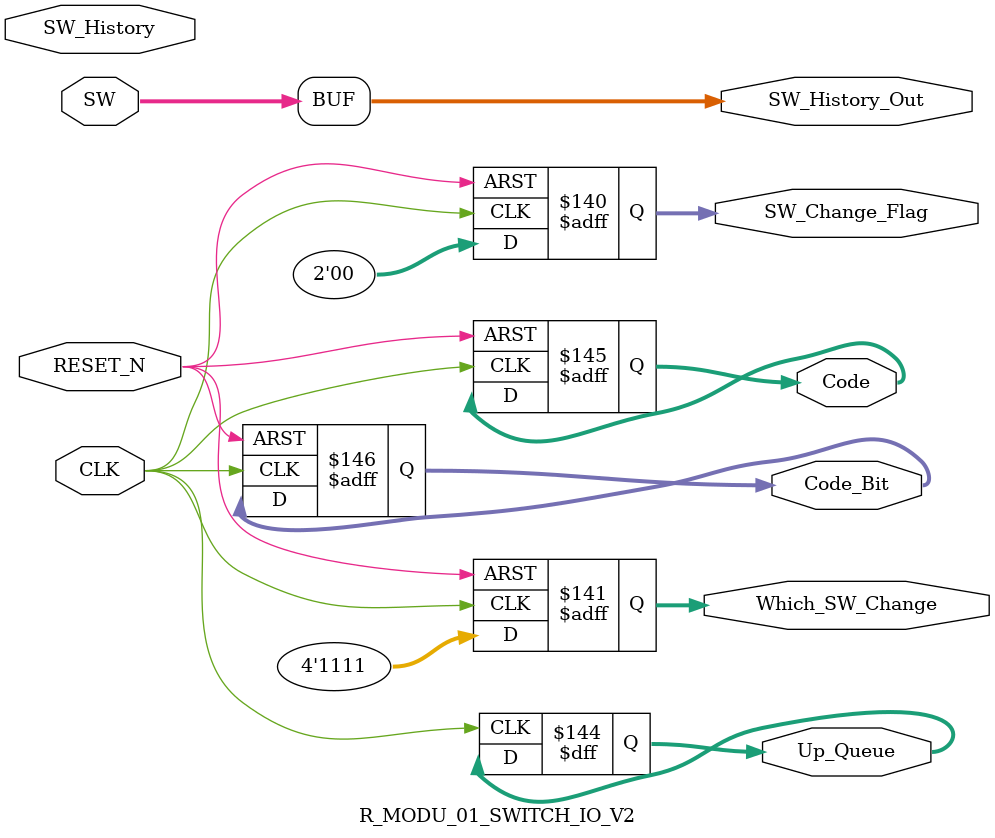
<source format=v>
`timescale 1ns / 1ps


module R_MODU_01_SWITCH_IO_V2(
	input CLK,
	input RESET_N,
	input [9:0] SW,
	input [9:0] SW_History,

	output wire [9:0] SW_History_Out,

	//R£ºÁ½Î» bus£¬[0]¡ª¡ª¡ª¡ªÊÇ·ñ¸Ä±äµÄ Flag£¬[1]¡ª¡ª¡ª¡ªUp/Down µÄ Flag
	output reg [1:0] SW_Change_Flag,
	//R£ºÓÐÓÃµÄÊÇ×ÜÏßÖµµÄ´óÐ¡£¬4'd[0~9]
	output reg [3:0] Which_SW_Change,

	//R£ºÖ»ÓÃ Up_Queue µÄÍâ²¿Ó²¼þ×´Ì¬ÃèÊö²»Íê±¸£¬±ØÐëÏñ BTN Ã÷È·£¬ÊÇ·ñ¸Ä±ä¡¢ÄÄÎ»¸Ä±ä£¬ËùÒÔÓÐÉÏÃæÁ½¸öÐÅºÅµÄÉèÖÃ
	output reg [7:0] Up_Queue,

	output reg [15:0] Code,
	output reg [2:0] Code_Bit
	);

	////R£ºÄÚ²¿ÐÅºÅ
	//R£ºÑ­»·¼ÆÊýÆ÷
  reg [3:0] i;
  //R£º±È½Ï½á¹û±êÖ¾ Flag£¬×¢Òâ´Ë´¦£¬¶ÔÓÚÃ¿Ò»¸ö SW µÄ¸Ä±ä¶¼×öÏàÓ¦µÄ¼ÇÂ¼
	//R£ºÊµ¼ÊÉÏÊÇ£¬10 ¡Á SW£¬Ã¿¸ö SW ÐèÒªÓÃ [1:0] ½øÐÐ±íÕ÷£¬Ò»¹² 20 bit
  reg [19:0] j;
	//R£ºÉ¨ÃèÐÅºÅ¼ÆÊýÆ÷£¬¶ÔÓÚÊ®¸ö SW ¼ä¸ôÊ±ÖÓÖÜÆÚÉ¨Ãè£¬ÓÃÓÚ´¦Àí³åÍ»µÄÎÊÌâ
	reg [3:0] k;

  parameter Byte = 4;
	parameter Mod_10 = 10;
  //R£º¶ÔÓ¦ j µÄ¸÷ÖÖÇé¿ö£¬default µÄÇé¿ö°üº¬ Down ºÍÆäËûÎ´Öª¸ÉÈÅ
	parameter UnChange = 2;
  parameter Up = 1;
  parameter Down = 0; 

	//R£ºµÚÒ»¸ö always ¿é£¬ÓÃÓÚµçÆ½ÐÅºÅµÄ¼ì³ö
	always @ (posedge CLK or negedge RESET_N)
	begin
		if(!RESET_N)   //R£ºÏµÍ³ Í¬²½ RESET_N µÄº¬Òå£¬½«ÄÚ²¿µÄÊý¾ÝÈ«²¿ÖÃÎª³õÊ¼Ì¬
			begin
				//R£º¶ÔÓÚÄÚ²¿ÐÅºÅ£¬ÔÚÊÕµ½Í¬²½¸´Î»Ò²ÐèÒª½øÐÐ¸´Î»
				i <= 4'b0;
				j <= 20'b0;
			end
		else
			begin
				for ( i = 0; i < 10 ; i = i + 1)
					begin
						if (SW[i] > SW_History[i]) 
						j[(i * Byte/2) +: Byte/2] <= Up;
						else if (SW[i] < SW_History[i]) 
						j[(i * Byte/2) +: Byte/2] <= Down;
						else 
						j[(i * Byte/2) +: Byte/2] <= UnChange;
					end
			end
	end

	//R£ºµÚ¶þ¸ö always ¿é£¬½«ËùÓÐµÄµçÆ½±ä»¯¼ì³öºó£¬¿ªÊ¼°´Ê±¼ä½øÐÐÉ¨Ãè£¬¼æÈÝÊý¾ÝÒëÂë & ³åÍ»´¦Àí
	always @ (posedge CLK or negedge RESET_N) 
	begin
		if(!RESET_N)    
		//R£º×¢Òâ£¬ÔÚÉ¨ÃèÖÐ£¬RESET_N ÐÅºÅµÄº¬Òå£¬ÊÇ´ÓÍ·¿ªÊ¼É¨Ãè¡£
			begin         
				//R£º×¢Òâ£¬Á½¸ö always ¿é²¢ÐÐ£¬µÚÒ»¸ö¿éÖÐ ÔÚRESET_N ´¦Àí¹ýµÄÐÅºÅ´Ë´¦²»ÐèÒªÖØ¸´´¦Àí
				SW_Change_Flag <= { 0 , 0 };
				Which_SW_Change <= 4'hf;
				//R£ºÓ²¼þ×´Ì¬¼ÇÂ¼±£³Ö²»±ä£¬ÕâÑùÍ¬²½ RESET_N Ö®ºóÀûÓÃ Ó²¼þ×´Ì¬ ÊµÊ©µÄ ³åÍ»/Ã¬¶Ü´¦Àí ²ÅÊÇÓÐÐ§µÄ
				Up_Queue <= Up_Queue;

				//R£º×¢Òâ Code µÄ³õÊ¼Ì¬²¢²»´æÔÚÓÚÃÜÂëµÄ×Ü¼¯ÖÐ£¬ÓÉÓÚÖ»ÓÐËÄÎ»×ÜÏß£¬È¡ÕâÒ»¸öÌØÊâÖµÒ²ÊÇ¿ÉÒÔµÄ
				Code <= 16'hffff; 
				Code_Bit <= 3'b0;
				
				k <= 4'b0;
			end
		else
			begin     //R£ºÃ¿´ÎÊ±ÖÓ´¥·¢Ò»´Î¼ÆÊý£¬mod 10£¬´Ó¶ø k µÄÈ¡Öµ·¶Î§ [0~9]£¬¿ÉÒÔ²»¶ÏÖØ¸´É¨Ãè
				case (j[(k * Byte/2) +: Byte/2])
					"Up": 
						begin
							//R£º¸üÐÂ¶ÔÓÚÍâ²¿×´Ì¬µÄµ¥´ÎÖ±½ÓÃèÊö¡£¸Ä±ä£¬ÇÒ Up¡£¶ø Up_Queue ÊÇ¶ÔÍâ²¿Ó²¼þ×´Ì¬µÄÕûÌåÖ±½ÓÃèÊö
							//R£ºËùÒÔ£¬ÓÐ¸Ä±ä£¬µ¥´ÎÖ±½ÓÃèÊö¾ÍÒªÏàÓ¦¸Ä±ä£¬¶øÕûÌåÃèÊöÎ´±Ø
							SW_Change_Flag <= { Up , 1 };
							Which_SW_Change <= k;

							if(Up_Queue[3:0] == 4'd0) //R£ºUp µÄ SW ÊýÁ¿ == 0£¬ÒÑ¾­³õÊ¼»¯×öºÃÁË½ÓÊÕÐÂ Up µÄ×¼±¸
                begin 
									//R:´¦ÀíÍâ²¿Ó²¼þ×´Ì¬£¬i.e.£¬Up_Queue£¬SW_Change_Flag£¬Which_SW_Change
									//R:½ÓÊÕÐÂµÄ Up
									Up_Queue[7:4] <= i; 
									//R: Up ¶ÓÁÐÈë¶Ó¼ÆÊý++
									Up_Queue[3:0] <= Up_Queue[3:0] + 1;

									//R£ºÍâ²¿Ó²¼þ×´Ì¬¸üÐÂÍêÖ®ºó£¬²ÅÊÇÄÚ²¿ Code_Bit ×Ô¼ì
                  if(0 <= Code_Bit < 4)//R£ºÒÑ³õÊ¼»¯ && Õý³£ÊäÈë×´Ì¬ == ¿ÉÒÔÂ¼Èë
                    begin
                      //R£º¸üÐÂÄÚ²¿ÐÅºÅ×´Ì¬£¬i.e.£¬ÊµÏÖ I/O
											//R£º½øÒ»Î»£¬×¼±¸Â¼Èë
                      Code_Bit <= Code_Bit + 1;
											//R£º°´ÕÕ i µÄÇé¿ö°´Î»Â¼ÈëÏàÓ¦µÄÃÜÂë
                      Code[(Code_Bit * Byte - 1) -:Byte] <= Up_Queue[7:4];
                    end
                  else//R£ºÒÑ³õÊ¼»¯ && ³¬³öÊäÈëÎ»Êý£¨Ð¡ÓÚ0 / ´óÓÚµÈÓÚ4£© == Ó²¼þÓÐ¸Ä±ä µ«²»ÄÜÂ¼Èë
                    begin
                      //R£ºÍâ²¿Ó²¼þ×´Ì¬ÈÔÐèÒª´¦Àí£¬Ö»²»¹ýÄÚ²¿ÐÅºÅ²»×öÏàÓ¦µÄ¸üÐÂ
											//R:½ÓÊÕÐÂµÄ Up£¬×¢Òâ£¡½ÓÊÕ²»½ÓÊÕ Up ÊÇÓÉ Up_Queue[3:0] ¾ö¶¨
                      //Up_Queue[7:4] <= i;
											//R: Up ¶ÓÁÐÈë¶Ó¼ÆÊý++
                      //Up_Queue[3:0] <= Up_Queue[3:0] + 1;
                      //R£º²»¸üÐÂÄÚ²¿ I/O
                      Code_Bit <= Code_Bit;
                      Code <= Code;
                    end
                end
							else    
							//R£º´ËÇ°ÒÑ¾­ÓÐ Up µÄ SW£¬¸ù±¾²»ÓÃ Code_Bit ×Ô¼ì£¬Ö±½ÓËøËÀÄÚ²¿ I/O
							//R£ºµ«Íâ²¿Ó²¼þ×´Ì¬»¹ÊÇÐèÒª¼ÇÂ¼µÄ
								begin
									Up_Queue[7:4] <= Up_Queue[7:4];//R:²»½ÓÊÕÐÂµÄ Up 
									Up_Queue[3:0] <= Up_Queue[3:0] + 1;//R: µ«ÈÔÒª¸üÐÂ Up Èë¶Ó¼ÆÊý
									//R£º²»¸üÐÂÄÚ²¿ I/O
									Code_Bit <= Code_Bit;
									Code <= Code;
								end
						end
					"Down":
						begin
							//R£ºµ¥´Î×´Ì¬ÃèÊö£¬±ØÐë¸Ä±ä
							SW_Change_Flag <= { Down , 1 };
							Which_SW_Change <= k;

							//R£ºUp_Queue£¬¸ù¾ÝÇé¿öÏàÓ¦¸Ä±ä
              if((Up_Queue[3:0] == 4'd0) || (Up_Queue[3:0] == 4'd1))
                begin
                  Up_Queue[3:0] <= 4'd0;
                  Up_Queue[7:4] <= 4'hF;
                end
              else
                begin
                  Up_Queue[3:0] <= Up_Queue[3:0] - 1;
                  Up_Queue[7:4] <= Up_Queue[7:4];
                end

							//R£ºÄÚ²¿ÒëÂë²»±ä
							Code_Bit <= Code_Bit;
              Code <= Code;
						end
					default://R£ºÄ³¸ö SW ²»±äµÄÇé¿ö£¬Íâ²¿Ó²¼þ×´Ì¬ & ÄÚ²¿ I/O ¶¼²»×ö¸Ä±ä
            begin
							//R£º×¢Òâ£¬µ¥´Î×´Ì¬ÃèÊö£¬Flag[1] = 0 , Which_SW_Change <= 4'hf£¬¶¼ÊÇÌØÊâº¬Òå¸´ÓÃ
							SW_Change_Flag <= { 0 , 0 };
							Which_SW_Change <= 4'hf;
              Up_Queue <= Up_Queue;
              Code_Bit <= Code_Bit;
              Code <= Code;
            end 
				endcase
				//R£ºÇÐ»»µ½ÏÂÒ»Î»½øÐÐÉ¨Ãè£¬ËùÒÔ½øÈë case Æ¥ÅäµÄ k£¬¾ÍÊÇµ±Ç°ÕýÒªÉ¨Ãè´¦ÀíµÄ bit
				k <= (k + 1) % Mod_10;
			end
	end

  //R£º´Ë assign ÓëÉÏÃæµÄ always ²¢ÐÐ£¬Êµ¼ÊÉÏÖ»ÊÇ±ÜÃâÐÞ¸Ä input SW£¬ËùÒÔµ¥¶ÀÉèÖÃÐÅºÅ½«ÆäÒý³ö
  assign SW_History_Out = SW;
endmodule

</source>
